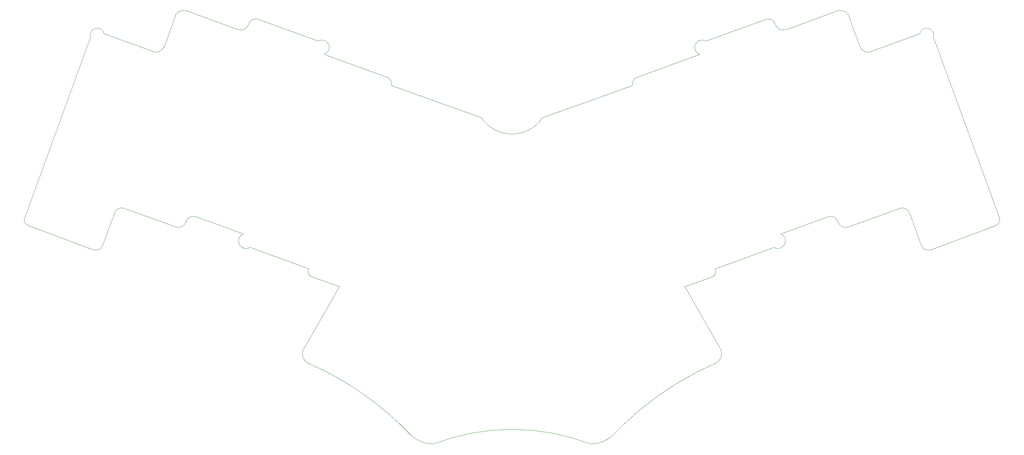
<source format=gbr>
%TF.GenerationSoftware,KiCad,Pcbnew,9.0.1*%
%TF.CreationDate,2025-05-25T23:57:52+02:00*%
%TF.ProjectId,ebbe34,65626265-3334-42e6-9b69-6361645f7063,rev?*%
%TF.SameCoordinates,Original*%
%TF.FileFunction,Profile,NP*%
%FSLAX46Y46*%
G04 Gerber Fmt 4.6, Leading zero omitted, Abs format (unit mm)*
G04 Created by KiCad (PCBNEW 9.0.1) date 2025-05-25 23:57:52*
%MOMM*%
%LPD*%
G01*
G04 APERTURE LIST*
%TA.AperFunction,Profile*%
%ADD10C,0.050000*%
%TD*%
G04 APERTURE END LIST*
D10*
X97382622Y-114425236D02*
G75*
G02*
X95555806Y-110938022I-1039722J1677436D01*
G01*
X96982959Y-57046985D02*
G75*
G02*
X99546438Y-55851558I1879541J-684215D01*
G01*
X80841939Y-107972631D02*
X80929581Y-107731827D01*
X181075691Y-78015154D02*
X195450508Y-72783162D01*
X248247725Y-107972621D02*
X248160080Y-107731815D01*
X196387968Y-70745899D02*
X212635472Y-64820265D01*
X144294993Y-164917427D02*
G75*
G02*
X184795040Y-164917417I20250037J-52440663D01*
G01*
X112473985Y-144232821D02*
G75*
G02*
X111214329Y-140195915I1040715J2539721D01*
G01*
X112473985Y-144232821D02*
G75*
G02*
X138685703Y-162675633I-33105035J-74898319D01*
G01*
X112885726Y-121830942D02*
X120198236Y-124487186D01*
X75236285Y-62966202D02*
G75*
G02*
X73058731Y-64301936I-2093585J970202D01*
G01*
X289618117Y-106955938D02*
G75*
G02*
X288766426Y-108738549I-1368217J-441062D01*
G01*
X83491017Y-106542378D02*
X95555814Y-110933603D01*
X59563355Y-113806571D02*
G75*
G02*
X57003489Y-114992719I-1844655J625671D01*
G01*
X172419822Y-81059741D02*
G75*
G02*
X156669832Y-81059732I-7874992J5171031D01*
G01*
X120198236Y-124487186D02*
X111214392Y-140195956D01*
X245598735Y-106542373D02*
G75*
G02*
X248160055Y-107731824I683965J-1879627D01*
G01*
X216203934Y-121830935D02*
X208891435Y-124487188D01*
X208891435Y-124487188D02*
X217875277Y-140195949D01*
X73058731Y-64301942D02*
X59903086Y-59513687D01*
X78226336Y-54751109D02*
X75236285Y-62966202D01*
X114816394Y-61409468D02*
G75*
G02*
X116454156Y-64820236I955606J-1639732D01*
G01*
X97382622Y-114425236D02*
X112419765Y-119898347D01*
X232106704Y-57046990D02*
X232195178Y-57290062D01*
X114816394Y-61409468D02*
X99546407Y-55851643D01*
X96982959Y-57046985D02*
X96894479Y-57290074D01*
X272664494Y-60376180D02*
X289618127Y-106955947D01*
X256030935Y-64301938D02*
G75*
G02*
X253853349Y-62966199I-83935J2306038D01*
G01*
X245598735Y-106542373D02*
X233533936Y-110933598D01*
X256030935Y-64301938D02*
X269186579Y-59513685D01*
X132701692Y-70745908D02*
G75*
G02*
X133639143Y-72783165I-1157392J-1766892D01*
G01*
X80929581Y-107731827D02*
G75*
G02*
X83490932Y-106542371I1877319J-690073D01*
G01*
X144294924Y-164917433D02*
G75*
G02*
X138685729Y-162676305I90776J8367233D01*
G01*
X288766439Y-108738583D02*
X272086174Y-114992714D01*
X269526304Y-113806562D02*
X266530280Y-105575032D01*
X148013972Y-78015150D02*
X156669841Y-81059738D01*
X148013972Y-78015150D02*
X133639157Y-72783163D01*
X234766312Y-58471970D02*
G75*
G02*
X232195146Y-57290074I-695812J1873970D01*
G01*
X96894479Y-57290074D02*
G75*
G02*
X94323362Y-58471949I-1875279J691974D01*
G01*
X272086174Y-114992714D02*
G75*
G02*
X269526289Y-113806567I-715274J1811714D01*
G01*
X190403962Y-162675633D02*
G75*
G02*
X216615675Y-144232819I59316738J-56455467D01*
G01*
X40323232Y-108738590D02*
X57003487Y-114992724D01*
X217875277Y-140195949D02*
G75*
G02*
X216615650Y-144232742I-2300277J-1497151D01*
G01*
X40323232Y-108738590D02*
G75*
G02*
X39471584Y-106955954I516668J1341590D01*
G01*
X250811126Y-109167981D02*
G75*
G02*
X248247654Y-107972647I-684126J1879281D01*
G01*
X65108552Y-104374598D02*
X78278539Y-109167980D01*
X80841939Y-107972631D02*
G75*
G02*
X78278535Y-109167990I-1879339J683931D01*
G01*
X62559389Y-105575029D02*
G75*
G02*
X65108550Y-104374609I1879311J-683971D01*
G01*
X250863322Y-54751112D02*
X253853373Y-62966188D01*
X59563355Y-113806571D02*
X62559389Y-105575029D01*
X216669985Y-119898347D02*
G75*
G02*
X216203909Y-121830899I-1304985J-707753D01*
G01*
X190403943Y-162676313D02*
G75*
G02*
X184794746Y-164917434I-5700043J6126313D01*
G01*
X214273273Y-61409475D02*
X229543261Y-55851642D01*
X94323224Y-58471975D02*
X81202578Y-53697877D01*
X231707126Y-114425230D02*
X216669986Y-119898342D01*
X132701692Y-70745908D02*
X116454187Y-64820263D01*
X233533936Y-110938035D02*
G75*
G02*
X231707156Y-114425181I-787036J-1809765D01*
G01*
X263981122Y-104374593D02*
X250811126Y-109167981D01*
X56425175Y-60376182D02*
G75*
G02*
X59903087Y-59513687I1723795J492382D01*
G01*
X269186579Y-59513685D02*
G75*
G02*
X272664500Y-60376182I1754121J-370115D01*
G01*
X234766433Y-58471978D02*
X247887084Y-53697869D01*
X56425175Y-60376182D02*
X39471540Y-106955950D01*
X78226336Y-54751109D02*
G75*
G02*
X81195122Y-53695104I2113664J-1241091D01*
G01*
X229543261Y-55851642D02*
G75*
G02*
X232106665Y-57047004I683939J-1879558D01*
G01*
X181075691Y-78015154D02*
X172419822Y-81059741D01*
X112885734Y-121830943D02*
G75*
G02*
X112419617Y-119898318I838866J1224843D01*
G01*
X263981110Y-104374598D02*
G75*
G02*
X266530211Y-105575055I669790J-1884402D01*
G01*
X195450513Y-72783161D02*
G75*
G02*
X196387960Y-70745887I2094887J270361D01*
G01*
X247894539Y-53695087D02*
G75*
G02*
X250863315Y-54751121I855061J-2297213D01*
G01*
X212635480Y-64820326D02*
G75*
G02*
X214273295Y-61409437I682120J1771126D01*
G01*
M02*

</source>
